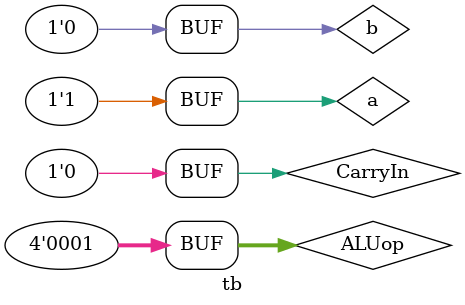
<source format=v>
module tb
(
  
);

   reg a;
   reg b;
   reg CarryIn;
   reg [3:0] ALUop;
   wire Result;
   wire CarryOut;
   
   
   ALU_1_bit ALU1
  (
   .a(a),
   .b(b),
   .CarryIn(CarryIn),
   .ALUop(ALUop),
   .Result(Result),
   .CarryOut(CarryOut)
   );
   
  initial
  begin
   a = 1;
   b = 0;
   ALUop = 4'b0001;
   CarryIn = 0;
  end
  
endmodule
  
   
</source>
